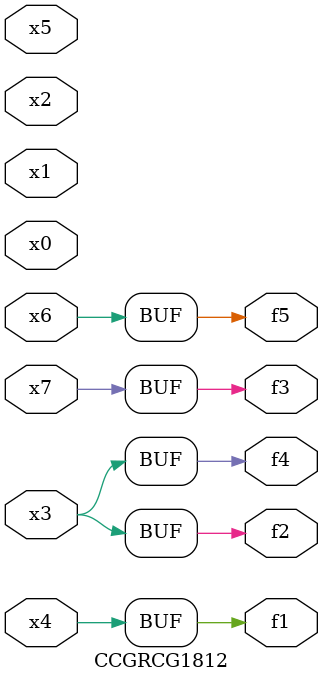
<source format=v>
module CCGRCG1812(
	input x0, x1, x2, x3, x4, x5, x6, x7,
	output f1, f2, f3, f4, f5
);
	assign f1 = x4;
	assign f2 = x3;
	assign f3 = x7;
	assign f4 = x3;
	assign f5 = x6;
endmodule

</source>
